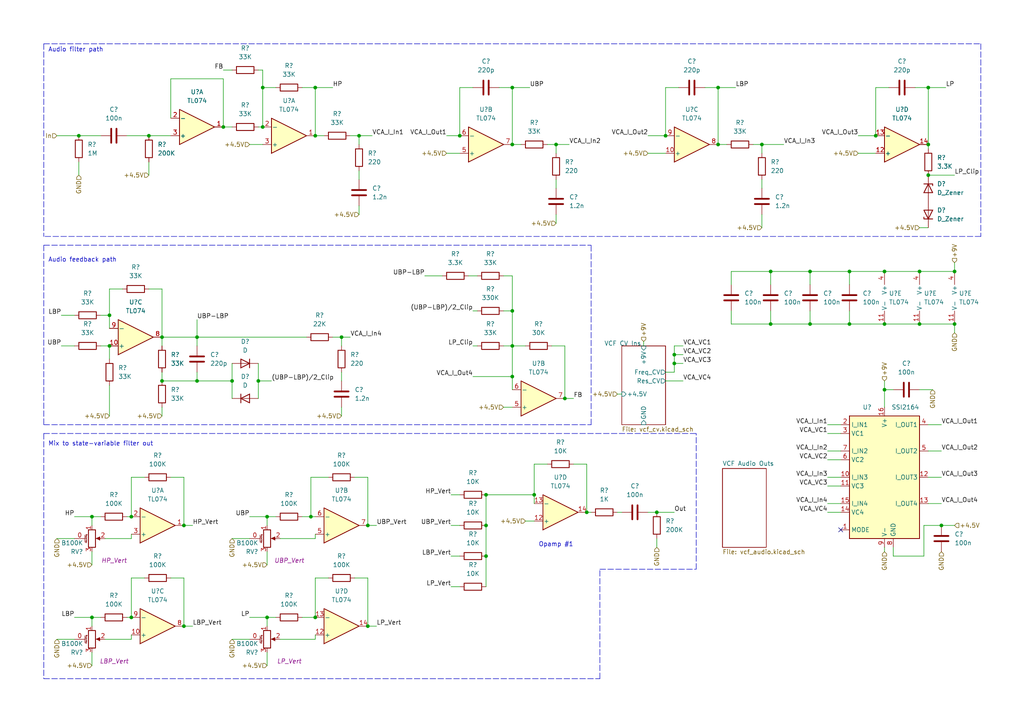
<source format=kicad_sch>
(kicad_sch (version 20211123) (generator eeschema)
  (paper "A4")
  (lib_symbols
    (symbol "Amplifier_Operational:TL074" (pin_names (offset 0.127))
      (property "Reference" "U" (at 0 5.08 0))
      (property "Value" "TL074" (at 0 -5.08 0))
      (symbol "TL074_1_1"
        (polyline (pts (xy -5.08 5.08) (xy 5.08 0) (xy -5.08 -5.08) (xy -5.08 5.08)) (stroke (width 0.254)) (fill (type background)))
        (pin output line (at 7.62 0 180) (length 2.54) (name "~") (number "1"))
        (pin input line (at -7.62 -2.54 0) (length 2.54) (name "-") (number "2"))
        (pin input line (at -7.62 2.54 0) (length 2.54) (name "+") (number "3"))
      )
      (symbol "TL074_2_1"
        (polyline (pts (xy -5.08 5.08) (xy 5.08 0) (xy -5.08 -5.08) (xy -5.08 5.08)) (stroke (width 0.254)) (fill (type background)))
        (pin input line (at -7.62 2.54 0) (length 2.54) (name "+") (number "5"))
        (pin input line (at -7.62 -2.54 0) (length 2.54) (name "-") (number "6"))
        (pin output line (at 7.62 0 180) (length 2.54) (name "~") (number "7"))
      )
      (symbol "TL074_3_1"
        (polyline (pts (xy -5.08 5.08) (xy 5.08 0) (xy -5.08 -5.08) (xy -5.08 5.08)) (stroke (width 0.254)) (fill (type background)))
        (pin input line (at -7.62 2.54 0) (length 2.54) (name "+") (number "10"))
        (pin output line (at 7.62 0 180) (length 2.54) (name "~") (number "8"))
        (pin input line (at -7.62 -2.54 0) (length 2.54) (name "-") (number "9"))
      )
      (symbol "TL074_4_1"
        (polyline (pts (xy -5.08 5.08) (xy 5.08 0) (xy -5.08 -5.08) (xy -5.08 5.08)) (stroke (width 0.254)) (fill (type background)))
        (pin input line (at -7.62 2.54 0) (length 2.54) (name "+") (number "12"))
        (pin input line (at -7.62 -2.54 0) (length 2.54) (name "-") (number "13"))
        (pin output line (at 7.62 0 180) (length 2.54) (name "~") (number "14"))
      )
      (symbol "TL074_5_1"
        (pin power_in line (at -2.54 -7.62 90) (length 3.81) (name "V-") (number "11"))
        (pin power_in line (at -2.54 7.62 270) (length 3.81) (name "V+") (number "4"))
      )
    )
    (symbol "Audio:SSI2164"
      (property "Reference" "U" (at -7.62 19.05 0))
      (property "Value" "SSI2164" (at 5.08 19.05 0))
      (symbol "SSI2164_0_1"
        (rectangle (start -10.16 17.78) (end 10.16 -17.78) (stroke (width 0.254)) (fill (type background)))
      )
      (symbol "SSI2164_1_1"
        (pin passive line (at -12.7 -15.24 0) (length 2.54) (name "MODE") (number "1"))
        (pin input line (at -12.7 0 0) (length 2.54) (name "I_IN3") (number "10"))
        (pin passive line (at -12.7 -2.54 0) (length 2.54) (name "VC3") (number "11"))
        (pin output line (at 12.7 0 180) (length 2.54) (name "I_OUT3") (number "12"))
        (pin output line (at 12.7 -7.62 180) (length 2.54) (name "I_OUT4") (number "13"))
        (pin passive line (at -12.7 -10.16 0) (length 2.54) (name "VC4") (number "14"))
        (pin input line (at -12.7 -7.62 0) (length 2.54) (name "I_IN4") (number "15"))
        (pin power_in line (at 0 20.32 270) (length 2.54) (name "V+") (number "16"))
        (pin input line (at -12.7 15.24 0) (length 2.54) (name "I_IN1") (number "2"))
        (pin passive line (at -12.7 12.7 0) (length 2.54) (name "VC1") (number "3"))
        (pin output line (at 12.7 15.24 180) (length 2.54) (name "I_OUT1") (number "4"))
        (pin output line (at 12.7 7.62 180) (length 2.54) (name "I_OUT2") (number "5"))
        (pin passive line (at -12.7 5.08 0) (length 2.54) (name "VC2") (number "6"))
        (pin input line (at -12.7 7.62 0) (length 2.54) (name "I_IN2") (number "7"))
        (pin power_in line (at 2.54 -20.32 90) (length 2.54) (name "GND") (number "8"))
        (pin power_in line (at 0 -20.32 90) (length 2.54) (name "V-") (number "9"))
      )
    )
    (symbol "Device:C" (pin_numbers hide) (pin_names (offset 0.254))
      (property "Reference" "C" (at 0.635 2.54 0))
      (property "Value" "C" (at 0.635 -2.54 0))
      (symbol "C_0_1"
        (polyline (pts (xy -2.032 -0.762) (xy 2.032 -0.762)) (stroke (width 0.508)))
        (polyline (pts (xy -2.032 0.762) (xy 2.032 0.762)) (stroke (width 0.508)))
      )
      (symbol "C_1_1"
        (pin passive line (at 0 3.81 270) (length 2.794) (name "~") (number "1"))
        (pin passive line (at 0 -3.81 90) (length 2.794) (name "~") (number "2"))
      )
    )
    (symbol "Device:D" (pin_numbers hide) (pin_names (offset 1.016) hide)
      (property "Reference" "D" (at 0 2.54 0))
      (property "Value" "D" (at 0 -2.54 0))
      (symbol "D_0_1"
        (polyline (pts (xy -1.27 1.27) (xy -1.27 -1.27)) (stroke (width 0.254)))
        (polyline (pts (xy 1.27 0) (xy -1.27 0)))
        (polyline (pts (xy 1.27 1.27) (xy 1.27 -1.27) (xy -1.27 0) (xy 1.27 1.27)) (stroke (width 0.254)))
      )
      (symbol "D_1_1"
        (pin passive line (at -3.81 0 0) (length 2.54) (name "K") (number "1"))
        (pin passive line (at 3.81 0 180) (length 2.54) (name "A") (number "2"))
      )
    )
    (symbol "Device:D_Zener" (pin_numbers hide) (pin_names (offset 1.016) hide)
      (property "Reference" "D" (at 0 2.54 0))
      (property "Value" "D_Zener" (at 0 -2.54 0))
      (symbol "D_Zener_0_1"
        (polyline (pts (xy 1.27 0) (xy -1.27 0)))
        (polyline (pts (xy -1.27 -1.27) (xy -1.27 1.27) (xy -0.762 1.27)) (stroke (width 0.254)))
        (polyline (pts (xy 1.27 -1.27) (xy 1.27 1.27) (xy -1.27 0) (xy 1.27 -1.27)) (stroke (width 0.254)))
      )
      (symbol "D_Zener_1_1"
        (pin passive line (at -3.81 0 0) (length 2.54) (name "K") (number "1"))
        (pin passive line (at 3.81 0 180) (length 2.54) (name "A") (number "2"))
      )
    )
    (symbol "Device:R" (pin_numbers hide) (pin_names (offset 0))
      (property "Reference" "R" (at 2.032 0 90))
      (property "Value" "R" (at 0 0 90))
      (symbol "R_0_1"
        (rectangle (start -1.016 -2.54) (end 1.016 2.54) (stroke (width 0.254)))
      )
      (symbol "R_1_1"
        (pin passive line (at 0 3.81 270) (length 1.27) (name "~") (number "1"))
        (pin passive line (at 0 -3.81 90) (length 1.27) (name "~") (number "2"))
      )
    )
    (symbol "R0904NB10KL-25KQ:R_Potentiometer_Shield" (pin_names (offset 1.016) hide)
      (property "Reference" "RV" (at -8.255 0 90))
      (property "Value" "R_Potentiometer_Shield" (at -6.35 0 90))
      (symbol "R_Potentiometer_Shield_0_1"
        (polyline (pts (xy 2.54 0) (xy 1.524 0)))
        (polyline (pts (xy 1.143 0) (xy 2.286 0.508) (xy 2.286 -0.508)) (fill (type outline)))
        (rectangle (start 1.016 2.54) (end -1.016 -2.54) (stroke (width 0.254)))
      )
      (symbol "R_Potentiometer_Shield_1_1"
        (polyline (pts (xy -2.032 1.016) (xy -2.032 -1.016)) (stroke (width 0.1524)))
        (text "Mounting" (at -1.651 0 900) (effects (font (size 0.381 0.381))))
        (pin passive line (at -5.08 0 0) (length 3.048) (name "ShieldPin") (number "0"))
        (pin passive line (at 0 3.81 270) (length 1.27) (name "1") (number "1"))
        (pin passive line (at 3.81 0 180) (length 1.27) (name "2") (number "2"))
        (pin passive line (at 0 -3.81 90) (length 1.27) (name "3") (number "3"))
      )
    )
  )
  (junction (at 76.2 36.83))
  (junction (at 53.34 181.61))
  (junction (at 74.93 110.49))
  (junction (at 269.24 41.91))
  (junction (at 57.15 97.79))
  (junction (at 269.24 50.8))
  (junction (at 234.95 78.74))
  (junction (at 195.58 102.87))
  (junction (at 133.35 39.37))
  (junction (at 170.18 148.59))
  (junction (at 254 39.37))
  (junction (at 256.54 78.74))
  (junction (at 91.44 25.4))
  (junction (at 234.95 93.98))
  (junction (at 246.38 78.74))
  (junction (at 106.68 152.4))
  (junction (at 31.75 91.44))
  (junction (at 91.44 39.37))
  (junction (at 38.1 149.86))
  (junction (at 104.14 39.37))
  (junction (at 266.7 93.98))
  (junction (at 276.86 93.98))
  (junction (at 269.24 25.4))
  (junction (at 77.47 179.07))
  (junction (at 53.34 152.4))
  (junction (at 67.31 110.49))
  (junction (at 256.54 113.03))
  (junction (at 163.83 115.57))
  (junction (at 148.59 100.33))
  (junction (at 208.28 25.4))
  (junction (at 57.15 110.49))
  (junction (at 195.58 105.41))
  (junction (at 43.18 39.37))
  (junction (at 46.99 110.49))
  (junction (at 64.77 36.83))
  (junction (at 140.97 161.29))
  (junction (at 148.59 109.22))
  (junction (at 76.2 25.4))
  (junction (at 190.5 148.59))
  (junction (at 266.7 78.74))
  (junction (at 26.67 149.86))
  (junction (at 220.98 41.91))
  (junction (at 77.47 149.86))
  (junction (at 273.05 152.4))
  (junction (at 140.97 152.4))
  (junction (at 90.17 149.86))
  (junction (at 22.86 39.37))
  (junction (at 246.38 93.98))
  (junction (at 140.97 143.51))
  (junction (at 148.59 25.4))
  (junction (at 193.04 39.37))
  (junction (at 161.29 41.91))
  (junction (at 91.44 179.07))
  (junction (at 223.52 78.74))
  (junction (at 276.86 78.74))
  (junction (at 208.28 41.91))
  (junction (at 38.1 179.07))
  (junction (at 256.54 93.98))
  (junction (at 46.99 97.79))
  (junction (at 106.68 181.61))
  (junction (at 154.94 143.51))
  (junction (at 223.52 93.98))
  (junction (at 99.06 97.79))
  (junction (at 31.75 100.33))
  (junction (at 26.67 179.07))
  (junction (at 148.59 90.17))
  (junction (at 148.59 41.91))
  (no_connect (at 243.84 153.67))
  (wire (pts (xy 26.67 179.07) (xy 21.59 179.07)))
  (wire (pts (xy 95.25 138.43) (xy 90.17 138.43)))
  (wire (pts (xy 208.28 41.91) (xy 210.82 41.91)))
  (wire (pts (xy 46.99 118.11) (xy 46.99 120.65)))
  (wire (pts (xy 26.67 149.86) (xy 21.59 149.86)))
  (wire (pts (xy 22.86 39.37) (xy 29.21 39.37)))
  (wire (pts (xy 195.58 105.41) (xy 198.12 105.41)))
  (wire (pts (xy 266.7 113.03) (xy 270.51 113.03)))
  (wire (pts (xy 240.03 148.59) (xy 243.84 148.59)))
  (wire (pts (xy 161.29 52.07) (xy 161.29 54.61)))
  (wire (pts (xy 276.86 76.2) (xy 276.86 78.74)))
  (wire (pts (xy 140.97 152.4) (xy 140.97 161.29)))
  (polyline (pts (xy 173.99 196.85) (xy 173.99 165.1)))
  (wire (pts (xy 256.54 158.75) (xy 256.54 160.02)))
  (wire (pts (xy 16.51 185.42) (xy 21.59 185.42)))
  (wire (pts (xy 256.54 78.74) (xy 266.7 78.74)))
  (wire (pts (xy 269.24 25.4) (xy 274.32 25.4)))
  (wire (pts (xy 220.98 41.91) (xy 227.33 41.91)))
  (wire (pts (xy 77.47 149.86) (xy 77.47 152.4)))
  (wire (pts (xy 212.09 93.98) (xy 223.52 93.98)))
  (polyline (pts (xy 284.48 12.7) (xy 284.48 68.58)))
  (wire (pts (xy 248.92 44.45) (xy 254 44.45)))
  (wire (pts (xy 31.75 95.25) (xy 31.75 91.44)))
  (wire (pts (xy 240.03 146.05) (xy 243.84 146.05)))
  (wire (pts (xy 193.04 25.4) (xy 193.04 39.37)))
  (wire (pts (xy 104.14 49.53) (xy 104.14 52.07)))
  (wire (pts (xy 99.06 118.11) (xy 99.06 120.65)))
  (wire (pts (xy 104.14 39.37) (xy 104.14 41.91)))
  (wire (pts (xy 170.18 148.59) (xy 171.45 148.59)))
  (wire (pts (xy 106.68 167.64) (xy 106.68 181.61)))
  (wire (pts (xy 130.81 161.29) (xy 133.35 161.29)))
  (wire (pts (xy 240.03 130.81) (xy 243.84 130.81)))
  (wire (pts (xy 256.54 93.98) (xy 266.7 93.98)))
  (wire (pts (xy 102.87 138.43) (xy 106.68 138.43)))
  (wire (pts (xy 102.87 167.64) (xy 106.68 167.64)))
  (polyline (pts (xy 201.93 165.1) (xy 201.93 125.73)))
  (wire (pts (xy 190.5 148.59) (xy 195.58 148.59)))
  (wire (pts (xy 26.67 160.02) (xy 26.67 163.83)))
  (wire (pts (xy 161.29 41.91) (xy 161.29 44.45)))
  (wire (pts (xy 186.69 99.06) (xy 186.69 100.33)))
  (wire (pts (xy 212.09 90.17) (xy 212.09 93.98)))
  (wire (pts (xy 234.95 93.98) (xy 246.38 93.98)))
  (wire (pts (xy 38.1 184.15) (xy 38.1 185.42)))
  (wire (pts (xy 269.24 146.05) (xy 273.05 146.05)))
  (wire (pts (xy 158.75 41.91) (xy 161.29 41.91)))
  (wire (pts (xy 179.07 148.59) (xy 180.34 148.59)))
  (wire (pts (xy 196.85 25.4) (xy 193.04 25.4)))
  (wire (pts (xy 77.47 179.07) (xy 77.47 181.61)))
  (wire (pts (xy 91.44 149.86) (xy 90.17 149.86)))
  (wire (pts (xy 148.59 100.33) (xy 148.59 109.22)))
  (wire (pts (xy 190.5 156.21) (xy 190.5 158.75)))
  (wire (pts (xy 195.58 102.87) (xy 195.58 100.33)))
  (wire (pts (xy 46.99 97.79) (xy 57.15 97.79)))
  (wire (pts (xy 16.51 156.21) (xy 21.59 156.21)))
  (wire (pts (xy 208.28 25.4) (xy 208.28 41.91)))
  (polyline (pts (xy 12.7 12.7) (xy 12.7 68.58)))
  (wire (pts (xy 43.18 46.99) (xy 43.18 50.8)))
  (wire (pts (xy 29.21 91.44) (xy 31.75 91.44)))
  (wire (pts (xy 106.68 152.4) (xy 109.22 152.4)))
  (wire (pts (xy 160.02 100.33) (xy 163.83 100.33)))
  (wire (pts (xy 16.51 39.37) (xy 22.86 39.37)))
  (wire (pts (xy 158.75 134.62) (xy 154.94 134.62)))
  (wire (pts (xy 57.15 110.49) (xy 67.31 110.49)))
  (wire (pts (xy 220.98 62.23) (xy 220.98 66.04)))
  (wire (pts (xy 90.17 138.43) (xy 90.17 149.86)))
  (wire (pts (xy 240.03 125.73) (xy 243.84 125.73)))
  (wire (pts (xy 256.54 110.49) (xy 256.54 113.03)))
  (wire (pts (xy 31.75 83.82) (xy 31.75 91.44)))
  (wire (pts (xy 152.4 100.33) (xy 148.59 100.33)))
  (wire (pts (xy 30.48 185.42) (xy 38.1 185.42)))
  (wire (pts (xy 67.31 156.21) (xy 72.39 156.21)))
  (wire (pts (xy 148.59 80.01) (xy 148.59 90.17)))
  (wire (pts (xy 248.92 39.37) (xy 254 39.37)))
  (wire (pts (xy 148.59 90.17) (xy 148.59 100.33)))
  (wire (pts (xy 246.38 90.17) (xy 246.38 93.98)))
  (wire (pts (xy 130.81 170.18) (xy 133.35 170.18)))
  (wire (pts (xy 87.63 179.07) (xy 91.44 179.07)))
  (wire (pts (xy 74.93 110.49) (xy 78.74 110.49)))
  (wire (pts (xy 269.24 41.91) (xy 269.24 43.18)))
  (wire (pts (xy 129.54 44.45) (xy 133.35 44.45)))
  (polyline (pts (xy 12.7 125.73) (xy 201.93 125.73)))
  (wire (pts (xy 187.96 148.59) (xy 190.5 148.59)))
  (wire (pts (xy 204.47 25.4) (xy 208.28 25.4)))
  (wire (pts (xy 130.81 143.51) (xy 133.35 143.51)))
  (wire (pts (xy 72.39 41.91) (xy 76.2 41.91)))
  (wire (pts (xy 91.44 167.64) (xy 95.25 167.64)))
  (wire (pts (xy 99.06 107.95) (xy 99.06 110.49)))
  (wire (pts (xy 77.47 149.86) (xy 80.01 149.86)))
  (polyline (pts (xy 12.7 12.7) (xy 284.48 12.7)))
  (wire (pts (xy 74.93 110.49) (xy 74.93 115.57)))
  (wire (pts (xy 87.63 25.4) (xy 91.44 25.4)))
  (wire (pts (xy 133.35 25.4) (xy 137.16 25.4)))
  (wire (pts (xy 246.38 93.98) (xy 256.54 93.98)))
  (wire (pts (xy 91.44 39.37) (xy 93.98 39.37)))
  (wire (pts (xy 17.78 100.33) (xy 21.59 100.33)))
  (wire (pts (xy 129.54 39.37) (xy 133.35 39.37)))
  (wire (pts (xy 38.1 138.43) (xy 38.1 149.86)))
  (polyline (pts (xy 12.7 196.85) (xy 173.99 196.85)))
  (wire (pts (xy 187.96 39.37) (xy 193.04 39.37)))
  (wire (pts (xy 269.24 130.81) (xy 273.05 130.81)))
  (wire (pts (xy 96.52 97.79) (xy 99.06 97.79)))
  (wire (pts (xy 223.52 78.74) (xy 223.52 82.55)))
  (wire (pts (xy 49.53 138.43) (xy 53.34 138.43)))
  (wire (pts (xy 208.28 25.4) (xy 213.36 25.4)))
  (wire (pts (xy 137.16 90.17) (xy 138.43 90.17)))
  (wire (pts (xy 67.31 105.41) (xy 67.31 110.49)))
  (wire (pts (xy 46.99 97.79) (xy 46.99 100.33)))
  (wire (pts (xy 148.59 109.22) (xy 148.59 113.03)))
  (wire (pts (xy 76.2 25.4) (xy 76.2 36.83)))
  (wire (pts (xy 269.24 138.43) (xy 273.05 138.43)))
  (wire (pts (xy 276.86 93.98) (xy 276.86 96.52)))
  (wire (pts (xy 99.06 97.79) (xy 101.6 97.79)))
  (wire (pts (xy 26.67 189.23) (xy 26.67 193.04)))
  (wire (pts (xy 240.03 138.43) (xy 243.84 138.43)))
  (wire (pts (xy 26.67 179.07) (xy 29.21 179.07)))
  (wire (pts (xy 223.52 93.98) (xy 234.95 93.98)))
  (wire (pts (xy 30.48 156.21) (xy 38.1 156.21)))
  (wire (pts (xy 223.52 90.17) (xy 223.52 93.98)))
  (wire (pts (xy 144.78 25.4) (xy 148.59 25.4)))
  (wire (pts (xy 36.83 179.07) (xy 38.1 179.07)))
  (wire (pts (xy 46.99 107.95) (xy 46.99 110.49)))
  (wire (pts (xy 106.68 138.43) (xy 106.68 152.4)))
  (wire (pts (xy 64.77 20.32) (xy 67.31 20.32)))
  (wire (pts (xy 29.21 100.33) (xy 31.75 100.33)))
  (wire (pts (xy 91.44 154.94) (xy 91.44 156.21)))
  (wire (pts (xy 87.63 149.86) (xy 90.17 149.86)))
  (wire (pts (xy 152.4 151.13) (xy 154.94 151.13)))
  (wire (pts (xy 234.95 78.74) (xy 234.95 82.55)))
  (wire (pts (xy 246.38 78.74) (xy 246.38 82.55)))
  (wire (pts (xy 74.93 20.32) (xy 76.2 20.32)))
  (wire (pts (xy 38.1 154.94) (xy 38.1 156.21)))
  (wire (pts (xy 26.67 179.07) (xy 26.67 181.61)))
  (wire (pts (xy 195.58 100.33) (xy 198.12 100.33)))
  (wire (pts (xy 35.56 83.82) (xy 31.75 83.82)))
  (wire (pts (xy 193.04 107.95) (xy 195.58 107.95)))
  (wire (pts (xy 266.7 78.74) (xy 276.86 78.74)))
  (wire (pts (xy 53.34 138.43) (xy 53.34 152.4)))
  (wire (pts (xy 267.97 152.4) (xy 273.05 152.4)))
  (wire (pts (xy 269.24 50.8) (xy 276.86 50.8)))
  (wire (pts (xy 220.98 41.91) (xy 220.98 44.45)))
  (polyline (pts (xy 171.45 123.19) (xy 171.45 71.12)))
  (wire (pts (xy 43.18 39.37) (xy 49.53 39.37)))
  (wire (pts (xy 91.44 25.4) (xy 96.52 25.4)))
  (wire (pts (xy 154.94 143.51) (xy 154.94 146.05)))
  (wire (pts (xy 254 25.4) (xy 254 39.37)))
  (polyline (pts (xy 12.7 125.73) (xy 12.7 196.85)))
  (wire (pts (xy 218.44 41.91) (xy 220.98 41.91)))
  (wire (pts (xy 38.1 167.64) (xy 41.91 167.64)))
  (polyline (pts (xy 12.7 71.12) (xy 12.7 123.19)))
  (wire (pts (xy 77.47 189.23) (xy 77.47 193.04)))
  (wire (pts (xy 17.78 91.44) (xy 21.59 91.44)))
  (wire (pts (xy 99.06 97.79) (xy 99.06 100.33)))
  (wire (pts (xy 193.04 110.49) (xy 198.12 110.49)))
  (wire (pts (xy 166.37 134.62) (xy 170.18 134.62)))
  (wire (pts (xy 36.83 149.86) (xy 38.1 149.86)))
  (wire (pts (xy 53.34 181.61) (xy 55.88 181.61)))
  (wire (pts (xy 67.31 110.49) (xy 67.31 115.57)))
  (wire (pts (xy 22.86 46.99) (xy 22.86 50.8)))
  (wire (pts (xy 81.28 156.21) (xy 91.44 156.21)))
  (wire (pts (xy 77.47 160.02) (xy 77.47 163.83)))
  (wire (pts (xy 163.83 100.33) (xy 163.83 115.57)))
  (wire (pts (xy 256.54 113.03) (xy 259.08 113.03)))
  (wire (pts (xy 140.97 143.51) (xy 154.94 143.51)))
  (wire (pts (xy 256.54 113.03) (xy 256.54 118.11)))
  (polyline (pts (xy 12.7 123.19) (xy 171.45 123.19)))
  (wire (pts (xy 26.67 149.86) (xy 26.67 152.4)))
  (wire (pts (xy 166.37 115.57) (xy 163.83 115.57)))
  (wire (pts (xy 179.07 114.3) (xy 180.34 114.3)))
  (wire (pts (xy 67.31 185.42) (xy 72.39 185.42)))
  (wire (pts (xy 81.28 185.42) (xy 91.44 185.42)))
  (wire (pts (xy 77.47 179.07) (xy 80.01 179.07)))
  (wire (pts (xy 38.1 179.07) (xy 38.1 167.64)))
  (wire (pts (xy 130.81 152.4) (xy 133.35 152.4)))
  (wire (pts (xy 259.08 158.75) (xy 259.08 161.29)))
  (wire (pts (xy 80.01 25.4) (xy 76.2 25.4)))
  (wire (pts (xy 212.09 78.74) (xy 212.09 82.55)))
  (wire (pts (xy 140.97 143.51) (xy 140.97 152.4)))
  (wire (pts (xy 46.99 110.49) (xy 57.15 110.49)))
  (wire (pts (xy 161.29 62.23) (xy 161.29 64.77)))
  (wire (pts (xy 74.93 36.83) (xy 76.2 36.83)))
  (wire (pts (xy 64.77 22.86) (xy 64.77 36.83)))
  (wire (pts (xy 101.6 39.37) (xy 104.14 39.37)))
  (wire (pts (xy 146.05 100.33) (xy 148.59 100.33)))
  (wire (pts (xy 187.96 44.45) (xy 193.04 44.45)))
  (wire (pts (xy 240.03 133.35) (xy 243.84 133.35)))
  (wire (pts (xy 91.44 25.4) (xy 91.44 39.37)))
  (wire (pts (xy 53.34 152.4) (xy 55.88 152.4)))
  (wire (pts (xy 148.59 25.4) (xy 153.67 25.4)))
  (wire (pts (xy 259.08 161.29) (xy 267.97 161.29)))
  (wire (pts (xy 31.75 111.76) (xy 31.75 120.65)))
  (wire (pts (xy 133.35 39.37) (xy 133.35 25.4)))
  (wire (pts (xy 234.95 90.17) (xy 234.95 93.98)))
  (wire (pts (xy 57.15 97.79) (xy 88.9 97.79)))
  (wire (pts (xy 104.14 59.69) (xy 104.14 62.23)))
  (wire (pts (xy 64.77 36.83) (xy 67.31 36.83)))
  (wire (pts (xy 266.7 66.04) (xy 269.24 66.04)))
  (polyline (pts (xy 12.7 71.12) (xy 171.45 71.12)))
  (wire (pts (xy 76.2 20.32) (xy 76.2 25.4)))
  (polyline (pts (xy 173.99 165.1) (xy 201.93 165.1)))
  (wire (pts (xy 106.68 181.61) (xy 109.22 181.61)))
  (wire (pts (xy 46.99 83.82) (xy 46.99 97.79)))
  (wire (pts (xy 135.89 80.01) (xy 138.43 80.01)))
  (wire (pts (xy 220.98 52.07) (xy 220.98 54.61)))
  (wire (pts (xy 269.24 25.4) (xy 269.24 41.91)))
  (wire (pts (xy 266.7 93.98) (xy 276.86 93.98)))
  (wire (pts (xy 146.05 90.17) (xy 148.59 90.17)))
  (wire (pts (xy 273.05 152.4) (xy 276.86 152.4)))
  (wire (pts (xy 104.14 39.37) (xy 107.95 39.37)))
  (wire (pts (xy 49.53 22.86) (xy 64.77 22.86)))
  (wire (pts (xy 49.53 34.29) (xy 49.53 22.86)))
  (wire (pts (xy 267.97 161.29) (xy 267.97 152.4)))
  (wire (pts (xy 195.58 102.87) (xy 198.12 102.87)))
  (wire (pts (xy 246.38 78.74) (xy 234.95 78.74)))
  (wire (pts (xy 57.15 92.71) (xy 57.15 97.79)))
  (wire (pts (xy 161.29 41.91) (xy 165.1 41.91)))
  (wire (pts (xy 146.05 80.01) (xy 148.59 80.01)))
  (wire (pts (xy 146.05 118.11) (xy 148.59 118.11)))
  (wire (pts (xy 36.83 39.37) (xy 43.18 39.37)))
  (wire (pts (xy 137.16 100.33) (xy 138.43 100.33)))
  (wire (pts (xy 256.54 78.74) (xy 246.38 78.74)))
  (wire (pts (xy 240.03 123.19) (xy 243.84 123.19)))
  (polyline (pts (xy 284.48 68.58) (xy 12.7 68.58)))
  (wire (pts (xy 49.53 167.64) (xy 53.34 167.64)))
  (wire (pts (xy 223.52 78.74) (xy 212.09 78.74)))
  (wire (pts (xy 154.94 134.62) (xy 154.94 143.51)))
  (wire (pts (xy 240.03 140.97) (xy 243.84 140.97)))
  (wire (pts (xy 269.24 123.19) (xy 273.05 123.19)))
  (wire (pts (xy 53.34 167.64) (xy 53.34 181.61)))
  (wire (pts (xy 195.58 105.41) (xy 195.58 102.87)))
  (wire (pts (xy 257.81 25.4) (xy 254 25.4)))
  (wire (pts (xy 77.47 149.86) (xy 72.39 149.86)))
  (wire (pts (xy 43.18 83.82) (xy 46.99 83.82)))
  (wire (pts (xy 148.59 41.91) (xy 151.13 41.91)))
  (wire (pts (xy 57.15 97.79) (xy 57.15 100.33)))
  (wire (pts (xy 148.59 25.4) (xy 148.59 41.91)))
  (wire (pts (xy 74.93 105.41) (xy 74.93 110.49)))
  (wire (pts (xy 140.97 161.29) (xy 140.97 170.18)))
  (wire (pts (xy 31.75 100.33) (xy 31.75 104.14)))
  (wire (pts (xy 26.67 149.86) (xy 29.21 149.86)))
  (wire (pts (xy 195.58 107.95) (xy 195.58 105.41)))
  (wire (pts (xy 265.43 25.4) (xy 269.24 25.4)))
  (wire (pts (xy 137.16 109.22) (xy 148.59 109.22)))
  (wire (pts (xy 234.95 78.74) (xy 223.52 78.74)))
  (wire (pts (xy 57.15 107.95) (xy 57.15 110.49)))
  (wire (pts (xy 91.44 184.15) (xy 91.44 185.42)))
  (wire (pts (xy 41.91 138.43) (xy 38.1 138.43)))
  (wire (pts (xy 170.18 134.62) (xy 170.18 148.59)))
  (wire (pts (xy 77.47 179.07) (xy 72.39 179.07)))
  (wire (pts (xy 123.19 80.01) (xy 128.27 80.01)))
  (wire (pts (xy 91.44 179.07) (xy 91.44 167.64)))
  (text "Opamp #1" (at 156.21 158.75 0) (effects (font (size 1.27 1.27)) (justify left bottom)))
  (text "Audio feedback path" (at 13.97 76.2 0) (effects (font (size 1.27 1.27)) (justify left bottom)))
  (text "Mix to state-variable filter out" (at 13.97 129.54 0) (effects (font (size 1.27 1.27)) (justify left bottom)))
  (text "Audio filter path" (at 13.97 15.24 0) (effects (font (size 1.27 1.27)) (justify left bottom)))
  (label "LBP" (at 21.59 179.07 180))
  (label "UBP" (at 153.67 25.4 0))
  (label "FB" (at 64.77 20.32 180))
  (label "FB" (at 166.37 115.57 0))
  (label "VCA_I_Out1" (at 273.05 123.19 0))
  (label "UBP" (at 72.39 149.86 180))
  (label "LP_Vert" (at 130.81 170.18 180))
  (label "LBP" (at 17.78 91.44 180))
  (label "LBP_Vert" (at 55.88 181.61 0))
  (label "UBP_Vert" (at 130.81 152.4 180))
  (label "LP_Clip" (at 276.86 50.8 0))
  (label "VCA_I_In4" (at 101.6 97.79 0))
  (label "VCA_VC4" (at 198.12 110.49 0))
  (label "(UBP-LBP){slash}2_Clip" (at 78.74 110.49 0))
  (label "Out" (at 195.58 148.59 0))
  (label "HP" (at 96.52 25.4 0))
  (label "HP" (at 21.59 149.86 180))
  (label "LP" (at 274.32 25.4 0))
  (label "UBP_Vert" (at 109.22 152.4 0))
  (label "VCA_VC1" (at 198.12 100.33 0))
  (label "LBP" (at 213.36 25.4 0))
  (label "VCA_I_Out4" (at 137.16 109.22 180))
  (label "LP" (at 72.39 179.07 180))
  (label "UBP" (at 17.78 100.33 180))
  (label "VCA_I_In4" (at 240.03 146.05 180))
  (label "VCA_I_In2" (at 240.03 130.81 180))
  (label "VCA_VC2" (at 240.03 133.35 180))
  (label "LBP_Vert" (at 130.81 161.29 180))
  (label "HP_Vert" (at 55.88 152.4 0))
  (label "VCA_I_Out1" (at 129.54 39.37 180))
  (label "VCA_I_Out2" (at 273.05 130.81 0))
  (label "VCA_VC1" (at 240.03 125.73 180))
  (label "UBP-LBP" (at 123.19 80.01 180))
  (label "VCA_VC3" (at 198.12 105.41 0))
  (label "(UBP-LBP){slash}2_Clip" (at 137.16 90.17 180))
  (label "VCA_I_In2" (at 165.1 41.91 0))
  (label "VCA_VC3" (at 240.03 140.97 180))
  (label "VCA_I_In1" (at 107.95 39.37 0))
  (label "VCA_I_Out3" (at 273.05 138.43 0))
  (label "VCA_VC2" (at 198.12 102.87 0))
  (label "VCA_I_Out4" (at 273.05 146.05 0))
  (label "VCA_I_Out2" (at 187.96 39.37 180))
  (label "LP_Vert" (at 109.22 181.61 0))
  (label "VCA_I_In3" (at 227.33 41.91 0))
  (label "VCA_I_In1" (at 240.03 123.19 180))
  (label "UBP-LBP" (at 57.15 92.71 0))
  (label "LP_Clip" (at 137.16 100.33 180))
  (label "VCA_VC4" (at 240.03 148.59 180))
  (label "VCA_I_Out3" (at 248.92 39.37 180))
  (label "HP_Vert" (at 130.81 143.51 180))
  (label "VCA_I_In3" (at 240.03 138.43 180))
  (hierarchical_label "+4.5V" (shape input) (at 104.14 62.23 180))
  (hierarchical_label "+4.5V" (shape input) (at 77.47 163.83 180))
  (hierarchical_label "GND" (shape input) (at 273.05 160.02 270))
  (hierarchical_label "+4.5V" (shape input) (at 26.67 163.83 180))
  (hierarchical_label "+4.5V" (shape input) (at 187.96 44.45 180))
  (hierarchical_label "In" (shape input) (at 16.51 39.37 180))
  (hierarchical_label "GND" (shape input) (at 270.51 113.03 270))
  (hierarchical_label "GND" (shape input) (at 67.31 156.21 270))
  (hierarchical_label "+4.5V" (shape input) (at 161.29 64.77 180))
  (hierarchical_label "GND" (shape input) (at 276.86 96.52 270))
  (hierarchical_label "+4.5V" (shape input) (at 276.86 152.4 0))
  (hierarchical_label "+4.5V" (shape input) (at 266.7 66.04 180))
  (hierarchical_label "GND" (shape input) (at 22.86 50.8 270))
  (hierarchical_label "+4.5V" (shape input) (at 220.98 66.04 180))
  (hierarchical_label "+4.5V" (shape input) (at 179.07 114.3 180))
  (hierarchical_label "+4.5V" (shape input) (at 99.06 120.65 180))
  (hierarchical_label "+4.5V" (shape input) (at 46.99 120.65 180))
  (hierarchical_label "+4.5V" (shape input) (at 77.47 193.04 180))
  (hierarchical_label "GND" (shape input) (at 16.51 185.42 270))
  (hierarchical_label "GND" (shape input) (at 256.54 160.02 270))
  (hierarchical_label "+4.5V" (shape input) (at 248.92 44.45 180))
  (hierarchical_label "+4.5V" (shape input) (at 152.4 151.13 180))
  (hierarchical_label "+4.5V" (shape input) (at 146.05 118.11 180))
  (hierarchical_label "+9V" (shape input) (at 186.69 99.06 90))
  (hierarchical_label "+4.5V" (shape input) (at 26.67 193.04 180))
  (hierarchical_label "GND" (shape input) (at 190.5 158.75 270))
  (hierarchical_label "GND" (shape input) (at 16.51 156.21 270))
  (hierarchical_label "+4.5V" (shape input) (at 31.75 120.65 180))
  (hierarchical_label "+4.5V" (shape input) (at 129.54 44.45 180))
  (hierarchical_label "+4.5V" (shape input) (at 43.18 50.8 180))
  (hierarchical_label "GND" (shape input) (at 67.31 185.42 270))
  (hierarchical_label "+4.5V" (shape input) (at 72.39 41.91 180))
  (hierarchical_label "+9V" (shape input) (at 276.86 76.2 90))
  (hierarchical_label "+9V" (shape input) (at 256.54 110.49 90))
  (symbol (lib_id "R0904NB10KL-25KQ:R_Potentiometer_Shield") (at 26.67 185.42 0) (unit 1)
    (property "Reference" "RV?" (at 24.13 189.23 0) (effects (justify right)))
    (property "Value" "B100K" (at 24.13 186.69 0) (effects (justify right)))
    (property "Footprint" "R0904NB10KL-25KQ:V2_TRIM_R0904NB10KL-25KQ-" (effects hide))
    (property "Role" "LBP_Vert" (at 33.02 191.77 0) (effects (font italic)))
  )
  (symbol (lib_id "R0904NB10KL-25KQ:R_Potentiometer_Shield") (at 77.47 185.42 0) (unit 1)
    (property "Reference" "RV?" (at 74.93 189.23 0) (effects (justify right)))
    (property "Value" "B100K" (at 74.93 186.69 0) (effects (justify right)))
    (property "Footprint" "R0904NB10KL-25KQ:V2_TRIM_R0904NB10KL-25KQ-" (effects hide))
    (property "Role" "LP_Vert" (at 83.82 191.77 0) (effects (font italic)))
  )
  (symbol (lib_id "Amplifier_Operational:TL074") (at 140.97 41.91 0) (mirror x) (unit 2)
    (property "Reference" "U?" (at 140.97 31.75 0))
    (property "Value" "TL074" (at 140.97 34.29 0))
    (property "Datasheet" "http://www.ti.com/lit/ds/symlink/tl071.pdf" (effects hide))
  )
  (symbol (lib_id "Device:C") (at 212.09 86.36 180) (unit 1)
    (property "Reference" "C?" (at 215.9 85.0899 0) (effects (justify right)))
    (property "Value" "100n" (at 215.9 87.6299 0) (effects (justify right)))
  )
  (symbol (lib_id "Device:C") (at 140.97 25.4 90) (unit 1)
    (property "Reference" "C?" (at 140.97 17.78 90))
    (property "Value" "220p" (at 140.97 20.32 90))
  )
  (symbol (lib_id "Device:R") (at 99.06 104.14 0) (unit 1)
    (property "Reference" "R?" (at 101.6 102.8699 0) (effects (justify left)))
    (property "Value" "220" (at 101.6 105.4099 0) (effects (justify left)))
  )
  (symbol (lib_id "Amplifier_Operational:TL074") (at 45.72 181.61 0) (mirror x) (unit 3)
    (property "Reference" "U?" (at 45.72 171.45 0))
    (property "Value" "TL074" (at 45.72 173.99 0))
    (property "Datasheet" "http://www.ti.com/lit/ds/symlink/tl071.pdf" (effects hide))
  )
  (symbol (lib_id "Device:R") (at 45.72 138.43 90) (unit 1)
    (property "Reference" "R?" (at 45.72 132.08 90))
    (property "Value" "100K" (at 45.72 134.62 90))
  )
  (symbol (lib_id "Device:C") (at 200.66 25.4 90) (unit 1)
    (property "Reference" "C?" (at 200.66 17.78 90))
    (property "Value" "220p" (at 200.66 20.32 90))
  )
  (symbol (lib_id "Device:D_Zener") (at 269.24 54.61 270) (unit 1)
    (property "Reference" "D?" (at 271.78 53.3399 90) (effects (justify left)))
    (property "Value" "D_Zener" (at 271.78 55.8799 90) (effects (justify left)))
  )
  (symbol (lib_id "R0904NB10KL-25KQ:R_Potentiometer_Shield") (at 26.67 156.21 0) (unit 1)
    (property "Reference" "RV?" (at 24.13 160.02 0) (effects (justify right)))
    (property "Value" "B100K" (at 24.13 157.48 0) (effects (justify right)))
    (property "Footprint" "R0904NB10KL-25KQ:V2_TRIM_R0904NB10KL-25KQ-" (effects hide))
    (property "Role" "HP_Vert" (at 33.02 162.56 0) (effects (font italic)))
  )
  (symbol (lib_id "Device:R") (at 33.02 149.86 90) (unit 1)
    (property "Reference" "R?" (at 33.02 143.51 90))
    (property "Value" "100K" (at 33.02 146.05 90))
  )
  (symbol (lib_id "Device:R") (at 142.24 100.33 90) (unit 1)
    (property "Reference" "R?" (at 142.24 93.98 90))
    (property "Value" "33K" (at 142.24 96.52 90))
  )
  (symbol (lib_id "Device:R") (at 83.82 25.4 90) (unit 1)
    (property "Reference" "R?" (at 83.82 19.05 90))
    (property "Value" "33K" (at 83.82 21.59 90))
  )
  (symbol (lib_id "R0904NB10KL-25KQ:R_Potentiometer_Shield") (at 77.47 156.21 0) (unit 1)
    (property "Reference" "RV?" (at 74.93 160.02 0) (effects (justify right)))
    (property "Value" "B100K" (at 74.93 157.48 0) (effects (justify right)))
    (property "Footprint" "R0904NB10KL-25KQ:V2_TRIM_R0904NB10KL-25KQ-" (effects hide))
    (property "Role" "UBP_Vert" (at 83.82 162.56 0) (effects (font italic)))
  )
  (symbol (lib_id "Device:R") (at 83.82 149.86 90) (unit 1)
    (property "Reference" "R?" (at 83.82 143.51 90))
    (property "Value" "100K" (at 83.82 146.05 90))
  )
  (symbol (lib_id "Amplifier_Operational:TL074") (at 99.06 181.61 0) (mirror x) (unit 4)
    (property "Reference" "U?" (at 99.06 171.45 0))
    (property "Value" "TL074" (at 99.06 173.99 0))
    (property "Datasheet" "http://www.ti.com/lit/ds/symlink/tl071.pdf" (effects hide))
  )
  (symbol (lib_id "Device:C") (at 104.14 55.88 0) (unit 1)
    (property "Reference" "C?" (at 107.95 54.6099 0) (effects (justify left)))
    (property "Value" "1.2n" (at 107.95 57.1499 0) (effects (justify left)))
  )
  (symbol (lib_id "Amplifier_Operational:TL074") (at 279.4 86.36 0) (unit 5)
    (property "Reference" "U?" (at 278.13 85.0899 0) (effects (justify left)))
    (property "Value" "TL074" (at 278.13 87.6299 0) (effects (justify left)))
    (property "Datasheet" "http://www.ti.com/lit/ds/symlink/tl071.pdf" (effects hide))
  )
  (symbol (lib_id "Device:R") (at 214.63 41.91 90) (unit 1)
    (property "Reference" "R?" (at 214.63 35.56 90))
    (property "Value" "33K" (at 214.63 38.1 90))
  )
  (symbol (lib_id "Device:R") (at 162.56 134.62 90) (unit 1)
    (property "Reference" "R?" (at 162.56 128.27 90))
    (property "Value" "10K" (at 162.56 130.81 90))
  )
  (symbol (lib_id "Device:D_Zener") (at 269.24 62.23 90) (unit 1)
    (property "Reference" "D?" (at 271.78 60.9599 90) (effects (justify right)))
    (property "Value" "D_Zener" (at 271.78 63.4999 90) (effects (justify right)))
  )
  (symbol (lib_id "Device:R") (at 137.16 152.4 90) (unit 1)
    (property "Reference" "R?" (at 137.16 146.05 90))
    (property "Value" "10K" (at 137.16 148.59 90))
  )
  (symbol (lib_id "Amplifier_Operational:TL074") (at 259.08 86.36 0) (unit 5)
    (property "Reference" "U?" (at 257.81 85.0899 0) (effects (justify left)))
    (property "Value" "TL074" (at 257.81 87.6299 0) (effects (justify left)))
    (property "Datasheet" "http://www.ti.com/lit/ds/symlink/tl071.pdf" (effects hide))
  )
  (symbol (lib_id "Device:R") (at 46.99 114.3 180) (unit 1)
    (property "Reference" "R?" (at 49.53 113.0299 0) (effects (justify right)))
    (property "Value" "33K" (at 49.53 115.5699 0) (effects (justify right)))
  )
  (symbol (lib_id "Device:C") (at 57.15 104.14 180) (unit 1)
    (property "Reference" "C?" (at 60.96 102.8699 0) (effects (justify right)))
    (property "Value" "220p" (at 60.96 105.4099 0) (effects (justify right)))
  )
  (symbol (lib_id "Amplifier_Operational:TL074") (at 162.56 148.59 0) (mirror x) (unit 4)
    (property "Reference" "U?" (at 162.56 138.43 0))
    (property "Value" "TL074" (at 162.56 140.97 0))
    (property "Datasheet" "http://www.ti.com/lit/ds/symlink/tl071.pdf" (effects hide))
  )
  (symbol (lib_id "Amplifier_Operational:TL074") (at 261.62 41.91 0) (mirror x) (unit 4)
    (property "Reference" "U?" (at 261.62 31.75 0))
    (property "Value" "TL074" (at 261.62 34.29 0))
    (property "Datasheet" "http://www.ti.com/lit/ds/symlink/tl071.pdf" (effects hide))
  )
  (symbol (lib_id "Device:R") (at 97.79 39.37 90) (unit 1)
    (property "Reference" "R?" (at 97.79 33.02 90))
    (property "Value" "33K" (at 97.79 35.56 90))
  )
  (symbol (lib_id "Amplifier_Operational:TL074") (at 269.24 86.36 0) (unit 5)
    (property "Reference" "U?" (at 267.97 85.0899 0) (effects (justify left)))
    (property "Value" "TL074" (at 267.97 87.6299 0) (effects (justify left)))
    (property "Datasheet" "http://www.ti.com/lit/ds/symlink/tl071.pdf" (effects hide))
  )
  (symbol (lib_id "Device:R") (at 142.24 90.17 270) (unit 1)
    (property "Reference" "R?" (at 142.24 83.82 90))
    (property "Value" "330K" (at 142.24 86.36 90))
  )
  (symbol (lib_id "Device:R") (at 156.21 100.33 90) (unit 1)
    (property "Reference" "R?" (at 156.21 93.98 90))
    (property "Value" "30K" (at 156.21 96.52 90))
  )
  (symbol (lib_id "Device:R") (at 92.71 97.79 90) (unit 1)
    (property "Reference" "R?" (at 92.71 91.44 90))
    (property "Value" "22K" (at 92.71 93.98 90))
  )
  (symbol (lib_id "Amplifier_Operational:TL074") (at 200.66 41.91 0) (mirror x) (unit 3)
    (property "Reference" "U?" (at 200.66 31.75 0))
    (property "Value" "TL074" (at 200.66 34.29 0))
    (property "Datasheet" "http://www.ti.com/lit/ds/symlink/tl071.pdf" (effects hide))
  )
  (symbol (lib_id "Device:R") (at 190.5 152.4 0) (unit 1)
    (property "Reference" "R?" (at 193.04 151.1299 0) (effects (justify left)))
    (property "Value" "200K" (at 193.04 153.6699 0) (effects (justify left)))
  )
  (symbol (lib_id "Device:R") (at 175.26 148.59 90) (unit 1)
    (property "Reference" "R?" (at 175.26 142.24 90))
    (property "Value" "1K" (at 175.26 144.78 90))
  )
  (symbol (lib_id "Amplifier_Operational:TL074") (at 57.15 36.83 0) (mirror x) (unit 1)
    (property "Reference" "U?" (at 57.15 26.67 0))
    (property "Value" "TL074" (at 57.15 29.21 0))
    (property "Datasheet" "http://www.ti.com/lit/ds/symlink/tl071.pdf" (effects hide))
  )
  (symbol (lib_id "Device:D") (at 71.12 105.41 180) (unit 1)
    (property "Reference" "D?" (at 71.12 99.06 0))
    (property "Value" "D" (at 71.12 101.6 0))
  )
  (symbol (lib_id "Device:R") (at 137.16 170.18 90) (unit 1)
    (property "Reference" "R?" (at 137.16 163.83 90))
    (property "Value" "10K" (at 137.16 166.37 90))
  )
  (symbol (lib_id "Amplifier_Operational:TL074") (at 99.06 152.4 0) (mirror x) (unit 2)
    (property "Reference" "U?" (at 99.06 142.24 0))
    (property "Value" "TL074" (at 99.06 144.78 0))
    (property "Datasheet" "http://www.ti.com/lit/ds/symlink/tl071.pdf" (effects hide))
  )
  (symbol (lib_id "Device:C") (at 273.05 156.21 180) (unit 1)
    (property "Reference" "C?" (at 276.86 154.9399 0) (effects (justify right)))
    (property "Value" "100n" (at 276.86 157.4799 0) (effects (justify right)))
  )
  (symbol (lib_id "Device:C") (at 223.52 86.36 180) (unit 1)
    (property "Reference" "C?" (at 227.33 85.0899 0) (effects (justify right)))
    (property "Value" "100n" (at 227.33 87.6299 0) (effects (justify right)))
  )
  (symbol (lib_id "Device:R") (at 25.4 100.33 90) (unit 1)
    (property "Reference" "R?" (at 25.4 93.98 90))
    (property "Value" "33K" (at 25.4 96.52 90))
  )
  (symbol (lib_id "Amplifier_Operational:TL074") (at 83.82 39.37 0) (mirror x) (unit 1)
    (property "Reference" "U?" (at 83.82 29.21 0))
    (property "Value" "TL074" (at 83.82 31.75 0))
    (property "Datasheet" "http://www.ti.com/lit/ds/symlink/tl071.pdf" (effects hide))
  )
  (symbol (lib_id "Amplifier_Operational:TL074") (at 156.21 115.57 0) (mirror x) (unit 2)
    (property "Reference" "U?" (at 156.21 105.41 0))
    (property "Value" "TL074" (at 156.21 107.95 0))
    (property "Datasheet" "http://www.ti.com/lit/ds/symlink/tl071.pdf" (effects hide))
  )
  (symbol (lib_id "Device:R") (at 269.24 46.99 0) (unit 1)
    (property "Reference" "R?" (at 271.78 45.7199 0) (effects (justify left)))
    (property "Value" "3.3K" (at 271.78 48.2599 0) (effects (justify left)))
  )
  (symbol (lib_id "Device:R") (at 99.06 138.43 90) (unit 1)
    (property "Reference" "R?" (at 99.06 132.08 90))
    (property "Value" "100K" (at 99.06 134.62 90))
  )
  (symbol (lib_id "Device:R") (at 154.94 41.91 90) (unit 1)
    (property "Reference" "R?" (at 154.94 35.56 90))
    (property "Value" "33K" (at 154.94 38.1 90))
  )
  (symbol (lib_id "Device:C") (at 184.15 148.59 90) (unit 1)
    (property "Reference" "C?" (at 184.15 140.97 90))
    (property "Value" "100n" (at 184.15 143.51 90))
  )
  (symbol (lib_id "Device:R") (at 142.24 80.01 90) (unit 1)
    (property "Reference" "R?" (at 142.24 73.66 90))
    (property "Value" "33K" (at 142.24 76.2 90))
  )
  (symbol (lib_id "Device:C") (at 99.06 114.3 0) (unit 1)
    (property "Reference" "C?" (at 102.87 113.0299 0) (effects (justify left)))
    (property "Value" "1.2n" (at 102.87 115.5699 0) (effects (justify left)))
  )
  (symbol (lib_id "Device:R") (at 45.72 167.64 90) (unit 1)
    (property "Reference" "R?" (at 45.72 161.29 90))
    (property "Value" "100K" (at 45.72 163.83 90))
  )
  (symbol (lib_id "Device:R") (at 132.08 80.01 90) (unit 1)
    (property "Reference" "R?" (at 132.08 73.66 90))
    (property "Value" "3.3K" (at 132.08 76.2 90))
  )
  (symbol (lib_id "Amplifier_Operational:TL074") (at 45.72 152.4 0) (mirror x) (unit 1)
    (property "Reference" "U?" (at 45.72 142.24 0))
    (property "Value" "TL074" (at 45.72 144.78 0))
    (property "Datasheet" "http://www.ti.com/lit/ds/symlink/tl071.pdf" (effects hide))
  )
  (symbol (lib_id "Device:R") (at 220.98 48.26 0) (unit 1)
    (property "Reference" "R?" (at 223.52 46.9899 0) (effects (justify left)))
    (property "Value" "220" (at 223.52 49.5299 0) (effects (justify left)))
  )
  (symbol (lib_id "Device:R") (at 43.18 43.18 0) (unit 1)
    (property "Reference" "R?" (at 45.72 41.9099 0) (effects (justify left)))
    (property "Value" "200K" (at 45.72 44.4499 0) (effects (justify left)))
  )
  (symbol (lib_id "Device:R") (at 99.06 167.64 90) (unit 1)
    (property "Reference" "R?" (at 99.06 161.29 90))
    (property "Value" "100K" (at 99.06 163.83 90))
  )
  (symbol (lib_id "Device:R") (at 46.99 104.14 180) (unit 1)
    (property "Reference" "R?" (at 49.53 102.8699 0) (effects (justify right)))
    (property "Value" "33K" (at 49.53 105.4099 0) (effects (justify right)))
  )
  (symbol (lib_id "Device:C") (at 33.02 39.37 90) (unit 1)
    (property "Reference" "C?" (at 33.02 31.75 90))
    (property "Value" "100n" (at 33.02 34.29 90))
  )
  (symbol (lib_id "Device:R") (at 22.86 43.18 0) (unit 1)
    (property "Reference" "R?" (at 25.4 41.9099 0) (effects (justify left)))
    (property "Value" "1M" (at 25.4 44.4499 0) (effects (justify left)))
  )
  (symbol (lib_id "Device:R") (at 71.12 20.32 90) (unit 1)
    (property "Reference" "R?" (at 71.12 13.97 90))
    (property "Value" "33K" (at 71.12 16.51 90))
  )
  (symbol (lib_id "Device:R") (at 71.12 36.83 90) (unit 1)
    (property "Reference" "R?" (at 71.12 30.48 90))
    (property "Value" "33K" (at 71.12 33.02 90))
  )
  (symbol (lib_id "Device:R") (at 137.16 161.29 90) (unit 1)
    (property "Reference" "R?" (at 137.16 154.94 90))
    (property "Value" "10K" (at 137.16 157.48 90))
  )
  (symbol (lib_id "Device:R") (at 137.16 143.51 90) (unit 1)
    (property "Reference" "R?" (at 137.16 137.16 90))
    (property "Value" "10K" (at 137.16 139.7 90))
  )
  (symbol (lib_id "Device:R") (at 33.02 179.07 90) (unit 1)
    (property "Reference" "R?" (at 33.02 172.72 90))
    (property "Value" "100K" (at 33.02 175.26 90))
  )
  (symbol (lib_id "Audio:SSI2164") (at 256.54 138.43 0) (unit 1)
    (property "Reference" "U?" (at 250.19 118.11 0) (effects (justify left)))
    (property "Value" "SSI2164" (at 258.5594 118.11 0) (effects (justify left)))
    (property "Footprint" "Package_SO:SOIC-16_3.9x9.9mm_P1.27mm" (effects hide))
    (property "Datasheet" "http://www.soundsemiconductor.com/downloads/ssi2164datasheet.pdf" (effects hide))
  )
  (symbol (lib_id "Device:C") (at 246.38 86.36 180) (unit 1)
    (property "Reference" "C?" (at 250.19 85.0899 0) (effects (justify right)))
    (property "Value" "100n" (at 250.19 87.6299 0) (effects (justify right)))
  )
  (symbol (lib_id "Device:R") (at 25.4 91.44 90) (unit 1)
    (property "Reference" "R?" (at 25.4 85.09 90))
    (property "Value" "33K" (at 25.4 87.63 90))
  )
  (symbol (lib_id "Device:C") (at 220.98 58.42 0) (unit 1)
    (property "Reference" "C?" (at 224.79 57.1499 0) (effects (justify left)))
    (property "Value" "1.2n" (at 224.79 59.6899 0) (effects (justify left)))
  )
  (symbol (lib_id "Device:C") (at 234.95 86.36 180) (unit 1)
    (property "Reference" "C?" (at 238.76 85.0899 0) (effects (justify right)))
    (property "Value" "100n" (at 238.76 87.6299 0) (effects (justify right)))
  )
  (symbol (lib_id "Device:R") (at 31.75 107.95 180) (unit 1)
    (property "Reference" "R?" (at 34.29 106.6799 0) (effects (justify right)))
    (property "Value" "33K" (at 34.29 109.2199 0) (effects (justify right)))
  )
  (symbol (lib_id "Device:R") (at 161.29 48.26 0) (unit 1)
    (property "Reference" "R?" (at 163.83 46.9899 0) (effects (justify left)))
    (property "Value" "220" (at 163.83 49.5299 0) (effects (justify left)))
  )
  (symbol (lib_id "Device:R") (at 83.82 179.07 90) (unit 1)
    (property "Reference" "R?" (at 83.82 172.72 90))
    (property "Value" "100K" (at 83.82 175.26 90))
  )
  (symbol (lib_id "Device:C") (at 262.89 113.03 90) (unit 1)
    (property "Reference" "C?" (at 262.89 105.41 90))
    (property "Value" "100n" (at 262.89 107.95 90))
  )
  (symbol (lib_id "Device:R") (at 39.37 83.82 90) (unit 1)
    (property "Reference" "R?" (at 39.37 77.47 90))
    (property "Value" "33K" (at 39.37 80.01 90))
  )
  (symbol (lib_id "Device:R") (at 104.14 45.72 0) (unit 1)
    (property "Reference" "R?" (at 106.68 44.4499 0) (effects (justify left)))
    (property "Value" "220" (at 106.68 46.9899 0) (effects (justify left)))
  )
  (symbol (lib_id "Device:D") (at 71.12 115.57 0) (unit 1)
    (property "Reference" "D?" (at 71.12 109.22 0))
    (property "Value" "D" (at 71.12 111.76 0))
  )
  (symbol (lib_id "Device:C") (at 261.62 25.4 90) (unit 1)
    (property "Reference" "C?" (at 261.62 17.78 90))
    (property "Value" "220p" (at 261.62 20.32 90))
  )
  (symbol (lib_id "Amplifier_Operational:TL074") (at 39.37 97.79 0) (mirror x) (unit 3)
    (property "Reference" "U?" (at 39.37 87.63 0))
    (property "Value" "TL074" (at 39.37 90.17 0))
    (property "Datasheet" "http://www.ti.com/lit/ds/symlink/tl071.pdf" (effects hide))
  )
  (symbol (lib_id "Device:C") (at 161.29 58.42 0) (unit 1)
    (property "Reference" "C?" (at 165.1 57.1499 0) (effects (justify left)))
    (property "Value" "1.2n" (at 165.1 59.6899 0) (effects (justify left)))
  )
  (sheet (at 180.34 100.33) (size 12.7 22.86) (stroke (width 0.1524))
    (property "Sheet name" "VCF CV Ins" (at 175.26 100.33 0) (effects (justify left bottom)))
    (property "Sheet file" "vcf_cv.kicad_sch" (at 180.34 123.7746 0) (effects (justify left top)))
    (pin "+4.5V" input (at 180.34 114.3 180))
    (pin "+9V" input (at 186.69 100.33 90))
    (pin "GND" input (at 186.69 123.19 270))
    (pin "Freq_CV" output (at 193.04 107.95 0))
    (pin "Res_CV" output (at 193.04 110.49 0))
  )
  (sheet (at 209.55 135.89) (size 12.7 22.86) (stroke (width 0.1524))
    (property "Sheet name" "VCF Audio Outs" (at 209.55 135.1784 0) (effects (justify left bottom)))
    (property "Sheet file" "vcf_audio.kicad_sch" (at 209.55 159.3346 0) (effects (justify left top)))
  )
)
</source>
